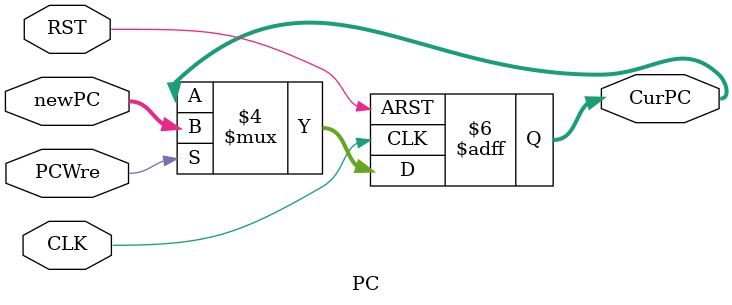
<source format=v>
`timescale 1ns / 1ps

module PC(
    input PCWre,
    input CLK,
    input RST,
    input [31:0] newPC,
    output reg [31:0] CurPC
    );
    initial begin
        CurPC=0;
    end
    always@(posedge CLK or negedge RST)begin
        if (RST==1'b0) CurPC<=0;
        else if (PCWre) CurPC<=newPC;
    end
endmodule

</source>
